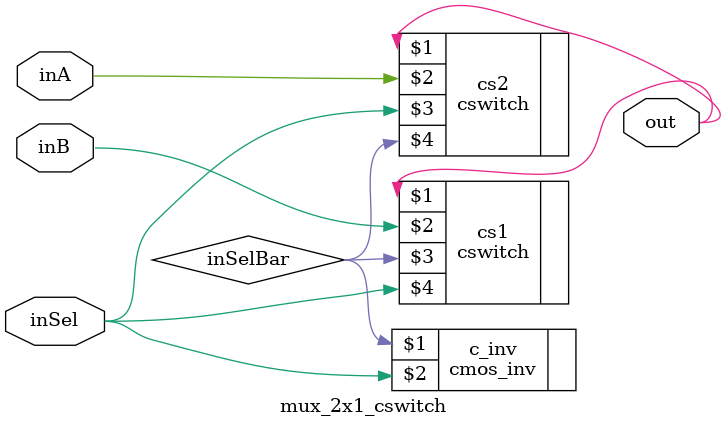
<source format=v>
`timescale 1ns / 1ps

module mux_2x1_cswitch(out, inA, inB, inSel);

	output out;
	input inA, inB, inSel;

	wire inSelBar;

	cmos_inv c_inv(inSelBar, inSel);

	//(out, in, p_ctrl, n_ctrl)
	cswitch cs1(out, inB, inSelBar, inSel),
			cs2(out, inA, inSel, inSelBar);
	
endmodule

</source>
